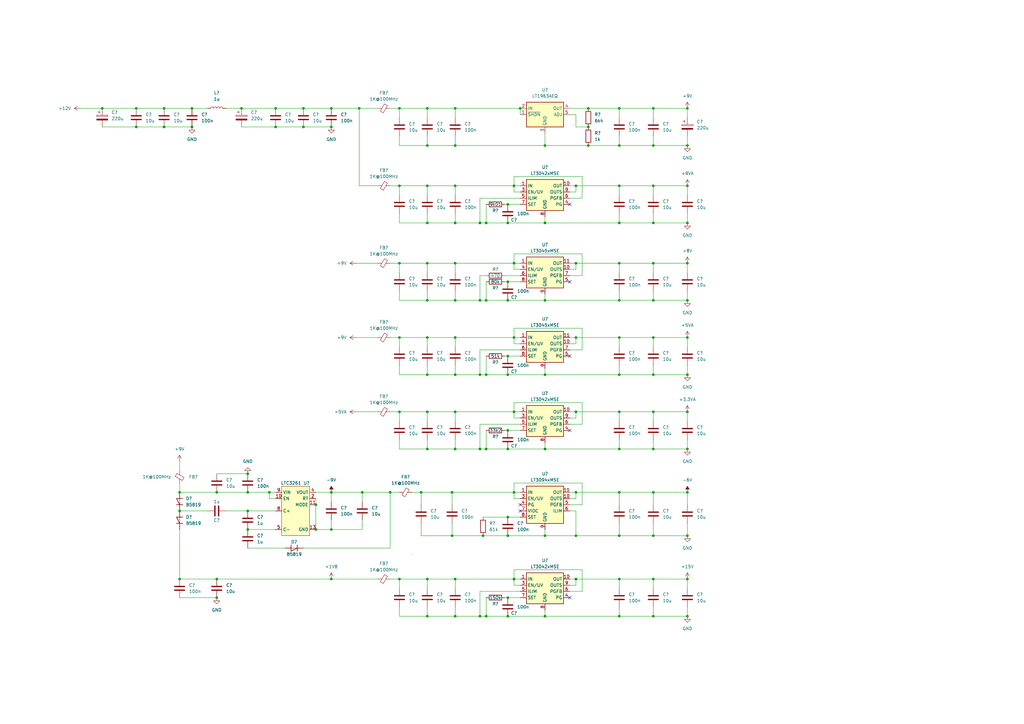
<source format=kicad_sch>
(kicad_sch (version 20211123) (generator eeschema)
  (paper "A3")
  (junction (at 175.26 237.49))
  (junction (at 223.52 59.69))
  (junction (at 223.52 184.15))
  (junction (at 236.22 76.2))
  (junction (at 210.82 201.93))
  (junction (at 78.74 44.45))
  (junction (at 210.82 76.2))
  (junction (at 236.22 168.91))
  (junction (at 185.42 219.71))
  (junction (at 101.6 217.17))
  (junction (at 254 184.15))
  (junction (at 208.28 245.11))
  (junction (at 185.42 201.93))
  (junction (at 208.28 176.53))
  (junction (at 135.89 217.17))
  (junction (at 147.32 44.45))
  (junction (at 210.82 138.43))
  (junction (at 254 91.44))
  (junction (at 135.89 237.49))
  (junction (at 208.28 252.73))
  (junction (at 196.85 184.15))
  (junction (at 88.9 237.49))
  (junction (at 199.39 252.73))
  (junction (at 186.69 138.43))
  (junction (at 208.28 184.15))
  (junction (at 78.74 52.07))
  (junction (at 254 44.45))
  (junction (at 267.97 76.2))
  (junction (at 199.39 153.67))
  (junction (at 254 237.49))
  (junction (at 163.83 76.2))
  (junction (at 281.94 107.95))
  (junction (at 210.82 107.95))
  (junction (at 99.06 44.45))
  (junction (at 67.31 52.07))
  (junction (at 175.26 59.69))
  (junction (at 267.97 201.93))
  (junction (at 113.03 52.07))
  (junction (at 175.26 153.67))
  (junction (at 175.26 91.44))
  (junction (at 41.91 44.45))
  (junction (at 281.94 138.43))
  (junction (at 267.97 138.43))
  (junction (at 175.26 107.95))
  (junction (at 196.85 91.44))
  (junction (at 199.39 123.19))
  (junction (at 267.97 252.73))
  (junction (at 281.94 237.49))
  (junction (at 186.69 252.73))
  (junction (at 208.28 123.19))
  (junction (at 254 219.71))
  (junction (at 148.59 201.93))
  (junction (at 223.52 153.67))
  (junction (at 223.52 91.44))
  (junction (at 101.6 209.55))
  (junction (at 281.94 76.2))
  (junction (at 281.94 201.93))
  (junction (at 281.94 168.91))
  (junction (at 186.69 107.95))
  (junction (at 281.94 123.19))
  (junction (at 281.94 44.45))
  (junction (at 186.69 237.49))
  (junction (at 186.69 184.15))
  (junction (at 163.83 168.91))
  (junction (at 236.22 219.71))
  (junction (at 254 168.91))
  (junction (at 281.94 252.73))
  (junction (at 241.3 44.45))
  (junction (at 223.52 123.19))
  (junction (at 186.69 76.2))
  (junction (at 213.36 44.45))
  (junction (at 198.12 219.71))
  (junction (at 281.94 184.15))
  (junction (at 267.97 44.45))
  (junction (at 135.89 201.93))
  (junction (at 186.69 91.44))
  (junction (at 267.97 168.91))
  (junction (at 175.26 168.91))
  (junction (at 281.94 219.71))
  (junction (at 160.02 201.93))
  (junction (at 186.69 59.69))
  (junction (at 208.28 83.82))
  (junction (at 135.89 52.07))
  (junction (at 236.22 201.93))
  (junction (at 113.03 44.45))
  (junction (at 254 153.67))
  (junction (at 254 138.43))
  (junction (at 210.82 168.91))
  (junction (at 281.94 91.44))
  (junction (at 254 59.69))
  (junction (at 267.97 184.15))
  (junction (at 267.97 123.19))
  (junction (at 254 76.2))
  (junction (at 101.6 201.93))
  (junction (at 163.83 138.43))
  (junction (at 186.69 123.19))
  (junction (at 241.3 52.07))
  (junction (at 175.26 252.73))
  (junction (at 135.89 44.45))
  (junction (at 196.85 123.19))
  (junction (at 208.28 91.44))
  (junction (at 172.72 201.93))
  (junction (at 208.28 153.67))
  (junction (at 73.66 209.55))
  (junction (at 267.97 237.49))
  (junction (at 208.28 212.09))
  (junction (at 196.85 252.73))
  (junction (at 124.46 52.07))
  (junction (at 175.26 184.15))
  (junction (at 163.83 107.95))
  (junction (at 186.69 153.67))
  (junction (at 88.9 201.93))
  (junction (at 254 201.93))
  (junction (at 110.49 201.93))
  (junction (at 208.28 115.57))
  (junction (at 236.22 107.95))
  (junction (at 267.97 219.71))
  (junction (at 208.28 146.05))
  (junction (at 223.52 252.73))
  (junction (at 73.66 201.93))
  (junction (at 175.26 123.19))
  (junction (at 281.94 59.69))
  (junction (at 267.97 59.69))
  (junction (at 55.88 52.07))
  (junction (at 236.22 237.49))
  (junction (at 281.94 153.67))
  (junction (at 223.52 219.71))
  (junction (at 208.28 219.71))
  (junction (at 267.97 107.95))
  (junction (at 175.26 76.2))
  (junction (at 175.26 138.43))
  (junction (at 163.83 44.45))
  (junction (at 199.39 184.15))
  (junction (at 101.6 194.31))
  (junction (at 88.9 245.11))
  (junction (at 267.97 91.44))
  (junction (at 254 123.19))
  (junction (at 175.26 44.45))
  (junction (at 210.82 237.49))
  (junction (at 254 252.73))
  (junction (at 73.66 237.49))
  (junction (at 163.83 237.49))
  (junction (at 186.69 168.91))
  (junction (at 129.54 207.01))
  (junction (at 67.31 44.45))
  (junction (at 267.97 153.67))
  (junction (at 124.46 44.45))
  (junction (at 55.88 44.45))
  (junction (at 186.69 44.45))
  (junction (at 254 107.95))
  (junction (at 129.54 217.17))
  (junction (at 241.3 59.69))
  (junction (at 236.22 138.43))
  (junction (at 199.39 91.44))
  (junction (at 196.85 153.67))
  (no_connect (at 233.68 115.57))
  (no_connect (at 233.68 176.53))
  (no_connect (at 233.68 245.11))
  (no_connect (at 213.36 209.55))
  (no_connect (at 213.36 207.01))
  (no_connect (at 233.68 83.82))
  (no_connect (at 233.68 146.05))
  (wire (pts (xy 88.9 201.93) (xy 101.6 201.93)))
  (wire (pts (xy 207.01 176.53) (xy 208.28 176.53)))
  (wire (pts (xy 267.97 214.63) (xy 267.97 219.71)))
  (wire (pts (xy 267.97 153.67) (xy 267.97 149.86)))
  (wire (pts (xy 196.85 81.28) (xy 196.85 91.44)))
  (wire (pts (xy 175.26 241.3) (xy 175.26 237.49)))
  (wire (pts (xy 160.02 237.49) (xy 163.83 237.49)))
  (wire (pts (xy 254 237.49) (xy 254 241.3)))
  (wire (pts (xy 233.68 140.97) (xy 236.22 140.97)))
  (wire (pts (xy 148.59 201.93) (xy 148.59 205.74)))
  (wire (pts (xy 281.94 252.73) (xy 281.94 248.92)))
  (wire (pts (xy 254 107.95) (xy 254 111.76)))
  (wire (pts (xy 135.89 213.36) (xy 135.89 217.17)))
  (wire (pts (xy 163.83 252.73) (xy 163.83 248.92)))
  (wire (pts (xy 208.28 176.53) (xy 213.36 176.53)))
  (wire (pts (xy 124.46 44.45) (xy 135.89 44.45)))
  (wire (pts (xy 135.89 217.17) (xy 129.54 217.17)))
  (wire (pts (xy 196.85 91.44) (xy 199.39 91.44)))
  (wire (pts (xy 267.97 107.95) (xy 267.97 111.76)))
  (wire (pts (xy 267.97 252.73) (xy 281.94 252.73)))
  (wire (pts (xy 160.02 107.95) (xy 163.83 107.95)))
  (wire (pts (xy 186.69 172.72) (xy 186.69 168.91)))
  (wire (pts (xy 196.85 113.03) (xy 199.39 113.03)))
  (wire (pts (xy 236.22 219.71) (xy 223.52 219.71)))
  (wire (pts (xy 175.26 123.19) (xy 186.69 123.19)))
  (wire (pts (xy 175.26 252.73) (xy 175.26 248.92)))
  (wire (pts (xy 186.69 123.19) (xy 196.85 123.19)))
  (wire (pts (xy 185.42 219.71) (xy 198.12 219.71)))
  (wire (pts (xy 267.97 153.67) (xy 281.94 153.67)))
  (wire (pts (xy 207.01 115.57) (xy 208.28 115.57)))
  (wire (pts (xy 175.26 123.19) (xy 175.26 119.38)))
  (wire (pts (xy 210.82 76.2) (xy 213.36 76.2)))
  (wire (pts (xy 163.83 59.69) (xy 175.26 59.69)))
  (wire (pts (xy 210.82 237.49) (xy 213.36 237.49)))
  (wire (pts (xy 254 219.71) (xy 254 214.63)))
  (wire (pts (xy 199.39 184.15) (xy 208.28 184.15)))
  (wire (pts (xy 129.54 201.93) (xy 135.89 201.93)))
  (wire (pts (xy 175.26 142.24) (xy 175.26 138.43)))
  (wire (pts (xy 199.39 252.73) (xy 208.28 252.73)))
  (wire (pts (xy 186.69 80.01) (xy 186.69 76.2)))
  (wire (pts (xy 199.39 245.11) (xy 199.39 252.73)))
  (wire (pts (xy 172.72 214.63) (xy 172.72 219.71)))
  (wire (pts (xy 92.71 209.55) (xy 101.6 209.55)))
  (wire (pts (xy 208.28 184.15) (xy 223.52 184.15)))
  (wire (pts (xy 175.26 184.15) (xy 186.69 184.15)))
  (wire (pts (xy 208.28 91.44) (xy 223.52 91.44)))
  (wire (pts (xy 213.36 204.47) (xy 210.82 204.47)))
  (wire (pts (xy 135.89 44.45) (xy 147.32 44.45)))
  (wire (pts (xy 254 219.71) (xy 267.97 219.71)))
  (wire (pts (xy 208.28 115.57) (xy 213.36 115.57)))
  (wire (pts (xy 163.83 252.73) (xy 175.26 252.73)))
  (wire (pts (xy 185.42 201.93) (xy 210.82 201.93)))
  (wire (pts (xy 186.69 168.91) (xy 210.82 168.91)))
  (wire (pts (xy 199.39 115.57) (xy 199.39 123.19)))
  (wire (pts (xy 175.26 76.2) (xy 186.69 76.2)))
  (wire (pts (xy 186.69 91.44) (xy 186.69 87.63)))
  (wire (pts (xy 199.39 146.05) (xy 199.39 153.67)))
  (wire (pts (xy 254 153.67) (xy 254 149.86)))
  (wire (pts (xy 238.76 134.62) (xy 210.82 134.62)))
  (wire (pts (xy 199.39 153.67) (xy 208.28 153.67)))
  (wire (pts (xy 172.72 219.71) (xy 185.42 219.71)))
  (wire (pts (xy 223.52 91.44) (xy 254 91.44)))
  (wire (pts (xy 236.22 240.03) (xy 236.22 237.49)))
  (wire (pts (xy 101.6 224.79) (xy 116.84 224.79)))
  (wire (pts (xy 198.12 219.71) (xy 208.28 219.71)))
  (wire (pts (xy 254 184.15) (xy 254 180.34)))
  (wire (pts (xy 210.82 140.97) (xy 210.82 138.43)))
  (wire (pts (xy 55.88 52.07) (xy 67.31 52.07)))
  (wire (pts (xy 196.85 81.28) (xy 213.36 81.28)))
  (wire (pts (xy 267.97 59.69) (xy 254 59.69)))
  (wire (pts (xy 213.36 110.49) (xy 210.82 110.49)))
  (wire (pts (xy 254 107.95) (xy 267.97 107.95)))
  (wire (pts (xy 267.97 91.44) (xy 267.97 87.63)))
  (wire (pts (xy 223.52 250.19) (xy 223.52 252.73)))
  (wire (pts (xy 254 123.19) (xy 254 119.38)))
  (wire (pts (xy 254 201.93) (xy 267.97 201.93)))
  (wire (pts (xy 186.69 44.45) (xy 213.36 44.45)))
  (wire (pts (xy 196.85 173.99) (xy 213.36 173.99)))
  (wire (pts (xy 175.26 184.15) (xy 175.26 180.34)))
  (wire (pts (xy 233.68 113.03) (xy 238.76 113.03)))
  (wire (pts (xy 210.82 107.95) (xy 213.36 107.95)))
  (wire (pts (xy 186.69 241.3) (xy 186.69 237.49)))
  (wire (pts (xy 254 237.49) (xy 267.97 237.49)))
  (wire (pts (xy 146.05 168.91) (xy 154.94 168.91)))
  (wire (pts (xy 236.22 237.49) (xy 254 237.49)))
  (wire (pts (xy 210.82 201.93) (xy 213.36 201.93)))
  (wire (pts (xy 207.01 245.11) (xy 208.28 245.11)))
  (wire (pts (xy 210.82 78.74) (xy 210.82 76.2)))
  (wire (pts (xy 196.85 252.73) (xy 199.39 252.73)))
  (wire (pts (xy 186.69 153.67) (xy 196.85 153.67)))
  (wire (pts (xy 236.22 219.71) (xy 254 219.71)))
  (wire (pts (xy 210.82 138.43) (xy 213.36 138.43)))
  (wire (pts (xy 73.66 198.12) (xy 73.66 201.93)))
  (wire (pts (xy 238.76 173.99) (xy 238.76 165.1)))
  (wire (pts (xy 175.26 172.72) (xy 175.26 168.91)))
  (wire (pts (xy 113.03 52.07) (xy 124.46 52.07)))
  (wire (pts (xy 73.66 237.49) (xy 73.66 217.17)))
  (wire (pts (xy 238.76 165.1) (xy 210.82 165.1)))
  (wire (pts (xy 208.28 123.19) (xy 223.52 123.19)))
  (wire (pts (xy 113.03 44.45) (xy 124.46 44.45)))
  (wire (pts (xy 281.94 76.2) (xy 281.94 80.01)))
  (wire (pts (xy 163.83 172.72) (xy 163.83 168.91)))
  (wire (pts (xy 281.94 184.15) (xy 281.94 180.34)))
  (wire (pts (xy 238.76 104.14) (xy 210.82 104.14)))
  (wire (pts (xy 210.82 240.03) (xy 210.82 237.49)))
  (wire (pts (xy 281.94 168.91) (xy 281.94 172.72)))
  (wire (pts (xy 163.83 107.95) (xy 175.26 107.95)))
  (wire (pts (xy 233.68 143.51) (xy 238.76 143.51)))
  (wire (pts (xy 254 48.26) (xy 254 44.45)))
  (wire (pts (xy 196.85 113.03) (xy 196.85 123.19)))
  (wire (pts (xy 236.22 201.93) (xy 254 201.93)))
  (wire (pts (xy 73.66 237.49) (xy 88.9 237.49)))
  (wire (pts (xy 175.26 168.91) (xy 186.69 168.91)))
  (wire (pts (xy 233.68 240.03) (xy 236.22 240.03)))
  (wire (pts (xy 175.26 44.45) (xy 186.69 44.45)))
  (wire (pts (xy 160.02 44.45) (xy 163.83 44.45)))
  (wire (pts (xy 124.46 52.07) (xy 135.89 52.07)))
  (wire (pts (xy 236.22 138.43) (xy 254 138.43)))
  (wire (pts (xy 110.49 201.93) (xy 113.03 201.93)))
  (wire (pts (xy 233.68 173.99) (xy 238.76 173.99)))
  (wire (pts (xy 210.82 134.62) (xy 210.82 138.43)))
  (wire (pts (xy 223.52 59.69) (xy 223.52 54.61)))
  (wire (pts (xy 267.97 76.2) (xy 267.97 80.01)))
  (wire (pts (xy 267.97 138.43) (xy 281.94 138.43)))
  (wire (pts (xy 254 44.45) (xy 267.97 44.45)))
  (wire (pts (xy 254 91.44) (xy 267.97 91.44)))
  (wire (pts (xy 267.97 123.19) (xy 267.97 119.38)))
  (wire (pts (xy 238.76 113.03) (xy 238.76 104.14)))
  (wire (pts (xy 223.52 151.13) (xy 223.52 153.67)))
  (wire (pts (xy 233.68 138.43) (xy 236.22 138.43)))
  (wire (pts (xy 163.83 59.69) (xy 163.83 55.88)))
  (wire (pts (xy 233.68 81.28) (xy 238.76 81.28)))
  (wire (pts (xy 196.85 153.67) (xy 199.39 153.67)))
  (wire (pts (xy 163.83 123.19) (xy 175.26 123.19)))
  (wire (pts (xy 223.52 181.61) (xy 223.52 184.15)))
  (wire (pts (xy 113.03 204.47) (xy 110.49 204.47)))
  (wire (pts (xy 73.66 245.11) (xy 88.9 245.11)))
  (wire (pts (xy 186.69 59.69) (xy 223.52 59.69)))
  (wire (pts (xy 135.89 237.49) (xy 154.94 237.49)))
  (wire (pts (xy 186.69 153.67) (xy 186.69 149.86)))
  (wire (pts (xy 186.69 123.19) (xy 186.69 119.38)))
  (wire (pts (xy 233.68 76.2) (xy 236.22 76.2)))
  (wire (pts (xy 185.42 214.63) (xy 185.42 219.71)))
  (wire (pts (xy 208.28 252.73) (xy 223.52 252.73)))
  (wire (pts (xy 175.26 252.73) (xy 186.69 252.73)))
  (wire (pts (xy 168.91 201.93) (xy 172.72 201.93)))
  (wire (pts (xy 186.69 48.26) (xy 186.69 44.45)))
  (wire (pts (xy 135.89 201.93) (xy 148.59 201.93)))
  (wire (pts (xy 267.97 44.45) (xy 281.94 44.45)))
  (wire (pts (xy 199.39 176.53) (xy 199.39 184.15)))
  (wire (pts (xy 254 168.91) (xy 254 172.72)))
  (wire (pts (xy 254 201.93) (xy 254 207.01)))
  (wire (pts (xy 185.42 201.93) (xy 185.42 207.01)))
  (wire (pts (xy 135.89 201.93) (xy 135.89 205.74)))
  (wire (pts (xy 213.36 78.74) (xy 210.82 78.74)))
  (wire (pts (xy 267.97 48.26) (xy 267.97 44.45)))
  (wire (pts (xy 163.83 237.49) (xy 175.26 237.49)))
  (wire (pts (xy 196.85 143.51) (xy 213.36 143.51)))
  (wire (pts (xy 186.69 252.73) (xy 186.69 248.92)))
  (wire (pts (xy 175.26 153.67) (xy 175.26 149.86)))
  (wire (pts (xy 233.68 168.91) (xy 236.22 168.91)))
  (wire (pts (xy 186.69 138.43) (xy 210.82 138.43)))
  (wire (pts (xy 254 123.19) (xy 267.97 123.19)))
  (wire (pts (xy 233.68 171.45) (xy 236.22 171.45)))
  (wire (pts (xy 254 91.44) (xy 254 87.63)))
  (wire (pts (xy 238.76 81.28) (xy 238.76 72.39)))
  (wire (pts (xy 213.36 240.03) (xy 210.82 240.03)))
  (wire (pts (xy 236.22 209.55) (xy 236.22 219.71)))
  (wire (pts (xy 163.83 80.01) (xy 163.83 76.2)))
  (wire (pts (xy 223.52 123.19) (xy 254 123.19)))
  (wire (pts (xy 254 153.67) (xy 267.97 153.67)))
  (wire (pts (xy 101.6 217.17) (xy 113.03 217.17)))
  (wire (pts (xy 213.36 44.45) (xy 213.36 46.99)))
  (wire (pts (xy 163.83 241.3) (xy 163.83 237.49)))
  (wire (pts (xy 233.68 242.57) (xy 238.76 242.57)))
  (wire (pts (xy 236.22 168.91) (xy 254 168.91)))
  (wire (pts (xy 223.52 219.71) (xy 223.52 217.17)))
  (wire (pts (xy 160.02 224.79) (xy 160.02 201.93)))
  (wire (pts (xy 163.83 48.26) (xy 163.83 44.45)))
  (wire (pts (xy 78.74 44.45) (xy 85.09 44.45)))
  (wire (pts (xy 267.97 201.93) (xy 281.94 201.93)))
  (wire (pts (xy 148.59 217.17) (xy 135.89 217.17)))
  (wire (pts (xy 92.71 44.45) (xy 99.06 44.45)))
  (wire (pts (xy 281.94 44.45) (xy 281.94 48.26)))
  (wire (pts (xy 175.26 48.26) (xy 175.26 44.45)))
  (wire (pts (xy 163.83 153.67) (xy 175.26 153.67)))
  (wire (pts (xy 175.26 153.67) (xy 186.69 153.67)))
  (wire (pts (xy 160.02 201.93) (xy 163.83 201.93)))
  (wire (pts (xy 267.97 237.49) (xy 281.94 237.49)))
  (wire (pts (xy 175.26 111.76) (xy 175.26 107.95)))
  (wire (pts (xy 110.49 204.47) (xy 110.49 201.93)))
  (wire (pts (xy 175.26 59.69) (xy 175.26 55.88)))
  (wire (pts (xy 210.82 168.91) (xy 213.36 168.91)))
  (wire (pts (xy 267.97 201.93) (xy 267.97 207.01)))
  (wire (pts (xy 198.12 212.09) (xy 208.28 212.09)))
  (wire (pts (xy 254 252.73) (xy 254 248.92)))
  (wire (pts (xy 233.68 78.74) (xy 236.22 78.74)))
  (wire (pts (xy 172.72 201.93) (xy 172.72 207.01)))
  (wire (pts (xy 210.82 110.49) (xy 210.82 107.95)))
  (wire (pts (xy 33.02 44.45) (xy 41.91 44.45)))
  (wire (pts (xy 238.76 72.39) (xy 210.82 72.39)))
  (wire (pts (xy 199.39 123.19) (xy 208.28 123.19)))
  (wire (pts (xy 254 252.73) (xy 267.97 252.73)))
  (wire (pts (xy 236.22 107.95) (xy 254 107.95)))
  (wire (pts (xy 236.22 140.97) (xy 236.22 138.43)))
  (wire (pts (xy 129.54 207.01) (xy 129.54 217.17)))
  (wire (pts (xy 267.97 252.73) (xy 267.97 248.92)))
  (wire (pts (xy 233.68 110.49) (xy 236.22 110.49)))
  (wire (pts (xy 41.91 44.45) (xy 55.88 44.45)))
  (wire (pts (xy 186.69 59.69) (xy 186.69 55.88)))
  (wire (pts (xy 163.83 76.2) (xy 175.26 76.2)))
  (wire (pts (xy 154.94 76.2) (xy 147.32 76.2)))
  (wire (pts (xy 254 55.88) (xy 254 59.69)))
  (wire (pts (xy 163.83 153.67) (xy 163.83 149.86)))
  (wire (pts (xy 267.97 123.19) (xy 281.94 123.19)))
  (wire (pts (xy 175.26 107.95) (xy 186.69 107.95)))
  (wire (pts (xy 196.85 242.57) (xy 196.85 252.73)))
  (wire (pts (xy 267.97 91.44) (xy 281.94 91.44)))
  (wire (pts (xy 73.66 209.55) (xy 85.09 209.55)))
  (wire (pts (xy 186.69 237.49) (xy 210.82 237.49)))
  (wire (pts (xy 101.6 201.93) (xy 110.49 201.93)))
  (wire (pts (xy 99.06 44.45) (xy 113.03 44.45)))
  (wire (pts (xy 186.69 184.15) (xy 186.69 180.34)))
  (wire (pts (xy 236.22 110.49) (xy 236.22 107.95)))
  (wire (pts (xy 73.66 189.23) (xy 73.66 193.04)))
  (wire (pts (xy 147.32 44.45) (xy 147.32 76.2)))
  (wire (pts (xy 146.05 107.95) (xy 154.94 107.95)))
  (wire (pts (xy 175.26 91.44) (xy 186.69 91.44)))
  (wire (pts (xy 233.68 107.95) (xy 236.22 107.95)))
  (wire (pts (xy 210.82 72.39) (xy 210.82 76.2)))
  (wire (pts (xy 254 76.2) (xy 267.97 76.2)))
  (wire (pts (xy 233.68 237.49) (xy 236.22 237.49)))
  (wire (pts (xy 196.85 123.19) (xy 199.39 123.19)))
  (wire (pts (xy 238.76 198.12) (xy 210.82 198.12)))
  (wire (pts (xy 241.3 44.45) (xy 254 44.45)))
  (wire (pts (xy 146.05 138.43) (xy 154.94 138.43)))
  (wire (pts (xy 196.85 143.51) (xy 196.85 153.67)))
  (wire (pts (xy 281.94 91.44) (xy 281.94 87.63)))
  (wire (pts (xy 41.91 52.07) (xy 55.88 52.07)))
  (wire (pts (xy 196.85 173.99) (xy 196.85 184.15)))
  (wire (pts (xy 281.94 138.43) (xy 281.94 142.24)))
  (wire (pts (xy 281.94 153.67) (xy 281.94 149.86)))
  (wire (pts (xy 233.68 204.47) (xy 236.22 204.47)))
  (wire (pts (xy 199.39 91.44) (xy 208.28 91.44)))
  (wire (pts (xy 238.76 207.01) (xy 238.76 198.12)))
  (wire (pts (xy 163.83 168.91) (xy 175.26 168.91)))
  (wire (pts (xy 236.22 78.74) (xy 236.22 76.2)))
  (wire (pts (xy 207.01 146.05) (xy 208.28 146.05)))
  (wire (pts (xy 196.85 184.15) (xy 199.39 184.15)))
  (wire (pts (xy 196.85 242.57) (xy 213.36 242.57)))
  (wire (pts (xy 233.68 46.99) (xy 236.22 46.99)))
  (wire (pts (xy 208.28 153.67) (xy 223.52 153.67)))
  (wire (pts (xy 210.82 171.45) (xy 210.82 168.91)))
  (wire (pts (xy 186.69 76.2) (xy 210.82 76.2)))
  (wire (pts (xy 210.82 198.12) (xy 210.82 201.93)))
  (wire (pts (xy 147.32 44.45) (xy 154.94 44.45)))
  (wire (pts (xy 213.36 140.97) (xy 210.82 140.97)))
  (wire (pts (xy 238.76 242.57) (xy 238.76 233.68)))
  (wire (pts (xy 88.9 194.31) (xy 101.6 194.31)))
  (wire (pts (xy 281.94 123.19) (xy 281.94 119.38)))
  (wire (pts (xy 267.97 168.91) (xy 267.97 172.72)))
  (wire (pts (xy 233.68 44.45) (xy 241.3 44.45)))
  (wire (pts (xy 267.97 76.2) (xy 281.94 76.2)))
  (wire (pts (xy 186.69 142.24) (xy 186.69 138.43)))
  (wire (pts (xy 281.94 55.88) (xy 281.94 59.69)))
  (wire (pts (xy 67.31 52.07) (xy 78.74 52.07)))
  (wire (pts (xy 210.82 204.47) (xy 210.82 201.93)))
  (wire (pts (xy 238.76 233.68) (xy 210.82 233.68)))
  (wire (pts (xy 254 138.43) (xy 267.97 138.43)))
  (wire (pts (xy 223.52 120.65) (xy 223.52 123.19)))
  (wire (pts (xy 267.97 219.71) (xy 281.94 219.71)))
  (wire (pts (xy 208.28 245.11) (xy 213.36 245.11)))
  (wire (pts (xy 223.52 88.9) (xy 223.52 91.44)))
  (wire (pts (xy 267.97 237.49) (xy 267.97 241.3)))
  (wire (pts (xy 254 184.15) (xy 267.97 184.15)))
  (wire (pts (xy 236.22 171.45) (xy 236.22 168.91)))
  (wire (pts (xy 210.82 233.68) (xy 210.82 237.49)))
  (wire (pts (xy 163.83 111.76) (xy 163.83 107.95)))
  (wire (pts (xy 55.88 44.45) (xy 67.31 44.45)))
  (wire (pts (xy 199.39 83.82) (xy 199.39 91.44)))
  (wire (pts (xy 160.02 168.91) (xy 163.83 168.91)))
  (wire (pts (xy 124.46 224.79) (xy 160.02 224.79)))
  (wire (pts (xy 254 138.43) (xy 254 142.24)))
  (wire (pts (xy 208.28 212.09) (xy 213.36 212.09)))
  (wire (pts (xy 210.82 165.1) (xy 210.82 168.91)))
  (wire (pts (xy 267.97 107.95) (xy 281.94 107.95)))
  (wire (pts (xy 160.02 76.2) (xy 163.83 76.2)))
  (wire (pts (xy 163.83 123.19) (xy 163.83 119.38)))
  (wire (pts (xy 67.31 44.45) (xy 78.74 44.45)))
  (wire (pts (xy 175.26 59.69) (xy 186.69 59.69)))
  (wire (pts (xy 163.83 184.15) (xy 175.26 184.15)))
  (wire (pts (xy 208.28 146.05) (xy 213.36 146.05)))
  (wire (pts (xy 175.26 237.49) (xy 186.69 237.49)))
  (wire (pts (xy 254 168.91) (xy 267.97 168.91)))
  (wire (pts (xy 186.69 111.76) (xy 186.69 107.95)))
  (wire (pts (xy 160.02 201.93) (xy 148.59 201.93)))
  (wire (pts (xy 172.72 201.93) (xy 185.42 201.93)))
  (wire (pts (xy 175.26 91.44) (xy 175.26 87.63)))
  (wire (pts (xy 281.94 201.93) (xy 281.94 207.01)))
  (wire (pts (xy 99.06 52.07) (xy 113.03 52.07)))
  (wire (pts (xy 101.6 209.55) (xy 113.03 209.55)))
  (wire (pts (xy 223.52 153.67) (xy 254 153.67)))
  (wire (pts (xy 238.76 143.51) (xy 238.76 134.62)))
  (wire (pts (xy 73.66 201.93) (xy 88.9 201.93)))
  (wire (pts (xy 254 59.69) (xy 241.3 59.69)))
  (wire (pts (xy 175.26 138.43) (xy 186.69 138.43)))
  (wire (pts (xy 186.69 107.95) (xy 210.82 107.95)))
  (wire (pts (xy 267.97 168.91) (xy 281.94 168.91)))
  (wire (pts (xy 233.68 207.01) (xy 238.76 207.01)))
  (wire (pts (xy 163.83 91.44) (xy 175.26 91.44)))
  (wire (pts (xy 236.22 76.2) (xy 254 76.2)))
  (wire (pts (xy 236.22 204.47) (xy 236.22 201.93)))
  (wire (pts (xy 236.22 46.99) (xy 236.22 52.07)))
  (wire (pts (xy 160.02 138.43) (xy 163.83 138.43)))
  (wire (pts (xy 208.28 219.71) (xy 223.52 219.71)))
  (wire (pts (xy 236.22 209.55) (xy 233.68 209.55)))
  (wire (pts (xy 186.69 184.15) (xy 196.85 184.15)))
  (wire (pts (xy 267.97 184.15) (xy 267.97 180.34)))
  (wire (pts (xy 207.01 83.82) (xy 208.28 83.82)))
  (wire (pts (xy 267.97 138.43) (xy 267.97 142.24)))
  (wire (pts (xy 223.52 59.69) (xy 241.3 59.69)))
  (wire (pts (xy 213.36 171.45) (xy 210.82 171.45)))
  (wire (pts (xy 236.22 52.07) (xy 241.3 52.07)))
  (wire (pts (xy 233.68 201.93) (xy 236.22 201.93)))
  (wire (pts (xy 254 76.2) (xy 254 80.01)))
  (wire (pts (xy 163.83 44.45) (xy 175.26 44.45)))
  (wire (pts (xy 223.52 184.15) (xy 254 184.15)))
  (wire (pts (xy 163.83 138.43) (xy 175.26 138.43)))
  (wire (pts (xy 208.28 83.82) (xy 213.36 83.82)))
  (wire (pts (xy 186.69 91.44) (xy 196.85 91.44)))
  (wire (pts (xy 163.83 91.44) (xy 163.83 87.63)))
  (wire (pts (xy 281.94 107.95) (xy 281.94 111.76)))
  (wire (pts (xy 281.94 237.49) (xy 281.94 241.3)))
  (wire (pts (xy 148.59 213.36) (xy 148.59 217.17)))
  (wire (pts (xy 267.97 55.88) (xy 267.97 59.69)))
  (wire (pts (xy 129.54 204.47) (xy 129.54 207.01)))
  (wire (pts (xy 267.97 59.69) (xy 281.94 59.69)))
  (wire (pts (xy 223.52 252.73) (xy 254 252.73)))
  (wire (pts (xy 186.69 252.73) (xy 196.85 252.73)))
  (wire (pts (xy 267.97 184.15) (xy 281.94 184.15)))
  (wire (pts (xy 210.82 104.14) (xy 210.82 107.95)))
  (wire (pts (xy 281.94 214.63) (xy 281.94 219.71)))
  (wire (pts (xy 175.26 80.01) (xy 175.26 76.2)))
  (wire (pts (xy 163.83 184.15) (xy 163.83 180.34)))
  (wire (pts (xy 88.9 237.49) (xy 135.89 237.49)))
  (wire (pts (xy 207.01 113.03) (xy 213.36 113.03)))
  (wire (pts (xy 163.83 142.24) (xy 163.83 138.43)))
  (symbol (lib_id "Device:R") (at 198.12 215.9 0) (unit 1)
    (property "Reference" "R?" (at 200.66 214.6299 0) (effects (justify left)))
    (property "Value" "61k" (at 200.66 217.1699 0) (effects (justify left)))
  )
  (symbol (lib_id "Device:C") (at 254 83.82 0) (unit 1)
    (property "Reference" "C?" (at 257.81 82.5499 0) (effects (justify left)))
    (property "Value" "100n" (at 257.81 85.0899 0) (effects (justify left)))
  )
  (symbol (lib_id "power:+5VA") (at 281.94 138.43 0) (unit 1)
    (property "Reference" "#PWR?" (effects hide))
    (property "Value" "+5VA" (at 281.94 133.35 0))
  )
  (symbol (lib_id "Device:C") (at 101.6 213.36 0) (unit 1)
    (property "Reference" "C?" (at 105.41 212.0899 0) (effects (justify left)))
    (property "Value" "1u" (at 105.41 214.6299 0) (effects (justify left)))
  )
  (symbol (lib_id "Device:C") (at 148.59 209.55 0) (unit 1)
    (property "Reference" "C?" (at 152.4 208.2799 0) (effects (justify left)))
    (property "Value" "10u" (at 152.4 210.8199 0) (effects (justify left)))
  )
  (symbol (lib_id "Device:R") (at 203.2 83.82 90) (unit 1)
    (property "Reference" "R?" (at 203.2 86.36 90))
    (property "Value" "9k01" (at 203.2 83.82 90))
  )
  (symbol (lib_id "Device:R") (at 203.2 245.11 90) (unit 1)
    (property "Reference" "R?" (at 203.2 247.65 90))
    (property "Value" "150k" (at 203.2 245.11 90))
  )
  (symbol (lib_id "Device:C") (at 281.94 210.82 0) (unit 1)
    (property "Reference" "C?" (at 285.75 209.5499 0) (effects (justify left)))
    (property "Value" "10u" (at 285.75 212.0899 0) (effects (justify left)))
  )
  (symbol (lib_id "Device:C") (at 186.69 83.82 0) (unit 1)
    (property "Reference" "C?" (at 190.5 82.5499 0) (effects (justify left)))
    (property "Value" "100n" (at 190.5 85.0899 0) (effects (justify left)))
  )
  (symbol (lib_id "Device:C") (at 113.03 48.26 0) (unit 1)
    (property "Reference" "C?" (at 116.84 46.9899 0) (effects (justify left)))
    (property "Value" "10u" (at 116.84 49.5299 0) (effects (justify left)))
  )
  (symbol (lib_id "Device:FerriteBead_Small") (at 73.66 195.58 180) (unit 1)
    (property "Reference" "FB?" (at 77.47 195.58 0) (effects (justify right)))
    (property "Value" "1K@100MHz" (at 58.42 195.58 0) (effects (justify right)))
  )
  (symbol (lib_id "Device:C") (at 208.28 180.34 0) (unit 1)
    (property "Reference" "C?" (at 209.55 182.88 0) (effects (justify left)))
    (property "Value" "100n" (at 212.09 180.34 0) (effects (justify left)))
  )
  (symbol (lib_id "Device:C") (at 186.69 115.57 0) (unit 1)
    (property "Reference" "C?" (at 190.5 114.2999 0) (effects (justify left)))
    (property "Value" "100n" (at 190.5 116.8399 0) (effects (justify left)))
  )
  (symbol (lib_id "Device:C") (at 175.26 176.53 0) (unit 1)
    (property "Reference" "C?" (at 179.07 175.2599 0) (effects (justify left)))
    (property "Value" "10u" (at 179.07 177.7999 0) (effects (justify left)))
  )
  (symbol (lib_id "Device:C") (at 254 52.07 0) (unit 1)
    (property "Reference" "C?" (at 257.81 50.7999 0) (effects (justify left)))
    (property "Value" "100n" (at 257.81 53.3399 0) (effects (justify left)))
  )
  (symbol (lib_id "power:GND") (at 281.94 123.19 0) (unit 1)
    (property "Reference" "#PWR?" (effects hide))
    (property "Value" "GND" (at 281.94 128.27 0))
  )
  (symbol (lib_id "Device:C") (at 267.97 210.82 0) (unit 1)
    (property "Reference" "C?" (at 271.78 209.5499 0) (effects (justify left)))
    (property "Value" "10u" (at 271.78 212.0899 0) (effects (justify left)))
  )
  (symbol (lib_id "Device:C") (at 175.26 245.11 0) (unit 1)
    (property "Reference" "C?" (at 179.07 243.8399 0) (effects (justify left)))
    (property "Value" "10u" (at 179.07 246.3799 0) (effects (justify left)))
  )
  (symbol (lib_id "Device:C") (at 186.69 245.11 0) (unit 1)
    (property "Reference" "C?" (at 190.5 243.8399 0) (effects (justify left)))
    (property "Value" "100n" (at 190.5 246.3799 0) (effects (justify left)))
  )
  (symbol (lib_id "Device:R") (at 203.2 146.05 90) (unit 1)
    (property "Reference" "R?" (at 203.2 148.59 90))
    (property "Value" "51k" (at 203.2 146.05 90))
  )
  (symbol (lib_id "Device:C") (at 175.26 52.07 0) (unit 1)
    (property "Reference" "C?" (at 179.07 50.7999 0) (effects (justify left)))
    (property "Value" "10u" (at 179.07 53.3399 0) (effects (justify left)))
  )
  (symbol (lib_id "Device:L") (at 88.9 44.45 90) (unit 1)
    (property "Reference" "L?" (at 88.9 38.1 90))
    (property "Value" "1u" (at 88.9 40.64 90))
  )
  (symbol (lib_id "Regulator_Linear:LT1963AEQ") (at 223.52 46.99 0) (unit 1)
    (property "Reference" "U?" (at 223.52 36.83 0))
    (property "Value" "LT1963AEQ" (at 223.52 39.37 0))
    (property "Footprint" "Package_TO_SOT_SMD:TO-263-5_TabPin3" (effects hide))
    (property "Datasheet" "https://www.analog.com/media/en/technical-documentation/data-sheets/1963aff.pdf" (effects hide))
  )
  (symbol (lib_id "Device:D_Shockley") (at 73.66 213.36 90) (unit 1)
    (property "Reference" "D?" (at 76.2 212.0899 90) (effects (justify right)))
    (property "Value" "B5819" (at 76.2 214.6299 90) (effects (justify right)))
  )
  (symbol (lib_id "Device:C_Polarized") (at 281.94 52.07 0) (unit 1)
    (property "Reference" "C?" (at 285.75 49.9109 0) (effects (justify left)))
    (property "Value" "220u" (at 285.75 52.4509 0) (effects (justify left)))
  )
  (symbol (lib_id "power:-9V") (at 135.89 201.93 0) (unit 1)
    (property "Reference" "#PWR?" (effects hide))
    (property "Value" "-9V" (at 135.89 196.85 0))
  )
  (symbol (lib_id "Device:FerriteBead_Small") (at 157.48 107.95 90) (unit 1)
    (property "Reference" "FB?" (at 157.4419 101.6 90))
    (property "Value" "1K@100MHz" (at 157.4419 104.14 90))
  )
  (symbol (lib_id "Device:C") (at 254 210.82 0) (unit 1)
    (property "Reference" "C?" (at 257.81 209.5499 0) (effects (justify left)))
    (property "Value" "100n" (at 257.81 212.0899 0) (effects (justify left)))
  )
  (symbol (lib_id "power:GND") (at 281.94 91.44 0) (unit 1)
    (property "Reference" "#PWR?" (effects hide))
    (property "Value" "GND" (at 281.94 96.52 0))
  )
  (symbol (lib_id "power:+9V") (at 281.94 44.45 0) (unit 1)
    (property "Reference" "#PWR?" (effects hide))
    (property "Value" "+9V" (at 281.94 39.37 0))
  )
  (symbol (lib_id "Device:R") (at 241.3 55.88 0) (unit 1)
    (property "Reference" "R?" (at 243.84 54.6099 0) (effects (justify left)))
    (property "Value" "1k" (at 243.84 57.1499 0) (effects (justify left)))
  )
  (symbol (lib_id "Device:FerriteBead_Small") (at 166.37 201.93 90) (unit 1)
    (property "Reference" "FB?" (at 166.3319 195.58 90))
    (property "Value" "1K@100MHz" (at 166.3319 198.12 90))
  )
  (symbol (lib_id "Device:C") (at 208.28 119.38 0) (unit 1)
    (property "Reference" "C?" (at 209.55 121.92 0) (effects (justify left)))
    (property "Value" "100n" (at 212.09 119.38 0) (effects (justify left)))
  )
  (symbol (lib_id "Device:C") (at 281.94 245.11 0) (unit 1)
    (property "Reference" "C?" (at 285.75 243.8399 0) (effects (justify left)))
    (property "Value" "10u" (at 285.75 246.3799 0) (effects (justify left)))
  )
  (symbol (lib_id "Device:C") (at 135.89 48.26 0) (unit 1)
    (property "Reference" "C?" (at 139.7 46.9899 0) (effects (justify left)))
    (property "Value" "100n" (at 139.7 49.5299 0) (effects (justify left)))
  )
  (symbol (lib_id "Device:C") (at 254 115.57 0) (unit 1)
    (property "Reference" "C?" (at 257.81 114.2999 0) (effects (justify left)))
    (property "Value" "100n" (at 257.81 116.8399 0) (effects (justify left)))
  )
  (symbol (lib_id "Device:C") (at 88.9 198.12 0) (unit 1)
    (property "Reference" "C?" (at 92.71 196.8499 0) (effects (justify left)))
    (property "Value" "10u" (at 92.71 199.3899 0) (effects (justify left)))
  )
  (symbol (lib_id "Regulator_Linear:LT3042xMSE") (at 223.52 78.74 0) (unit 1)
    (property "Reference" "U?" (at 223.52 68.58 0))
    (property "Value" "LT3042xMSE" (at 223.52 71.12 0))
    (property "Footprint" "Package_SO:MSOP-10-1EP_3x3mm_P0.5mm_EP1.68x1.88mm" (effects hide))
    (property "Datasheet" "https://www.analog.com/media/en/technical-documentation/data-sheets/3042fb.pdf" (effects hide))
  )
  (symbol (lib_id "Device:C") (at 88.9 209.55 90) (unit 1)
    (property "Reference" "C?" (at 88.9 213.36 90))
    (property "Value" "1u" (at 88.9 205.74 90))
  )
  (symbol (lib_id "Device:C") (at 267.97 52.07 0) (unit 1)
    (property "Reference" "C?" (at 271.78 50.7999 0) (effects (justify left)))
    (property "Value" "10u" (at 271.78 53.3399 0) (effects (justify left)))
  )
  (symbol (lib_id "Device:C") (at 101.6 220.98 0) (unit 1)
    (property "Reference" "C?" (at 105.41 219.7099 0) (effects (justify left)))
    (property "Value" "1u" (at 105.41 222.2499 0) (effects (justify left)))
  )
  (symbol (lib_id "Device:C") (at 254 245.11 0) (unit 1)
    (property "Reference" "C?" (at 257.81 243.8399 0) (effects (justify left)))
    (property "Value" "100n" (at 257.81 246.3799 0) (effects (justify left)))
  )
  (symbol (lib_id "Device:C") (at 88.9 241.3 0) (unit 1)
    (property "Reference" "C?" (at 92.71 240.0299 0) (effects (justify left)))
    (property "Value" "10u" (at 92.71 242.5699 0) (effects (justify left)))
  )
  (symbol (lib_id "Device:C") (at 67.31 48.26 0) (unit 1)
    (property "Reference" "C?" (at 71.12 46.9899 0) (effects (justify left)))
    (property "Value" "10u" (at 71.12 49.5299 0) (effects (justify left)))
  )
  (symbol (lib_id "Device:C") (at 208.28 149.86 0) (unit 1)
    (property "Reference" "C?" (at 209.55 152.4 0) (effects (justify left)))
    (property "Value" "100n" (at 212.09 149.86 0) (effects (justify left)))
  )
  (symbol (lib_id "Device:C") (at 281.94 176.53 0) (unit 1)
    (property "Reference" "C?" (at 285.75 175.2599 0) (effects (justify left)))
    (property "Value" "10u" (at 285.75 177.7999 0) (effects (justify left)))
  )
  (symbol (lib_id "Device:C") (at 172.72 210.82 0) (unit 1)
    (property "Reference" "C?" (at 176.53 209.5499 0) (effects (justify left)))
    (property "Value" "10u" (at 176.53 212.0899 0) (effects (justify left)))
  )
  (symbol (lib_id "Device:FerriteBead_Small") (at 157.48 168.91 90) (unit 1)
    (property "Reference" "FB?" (at 157.4419 162.56 90))
    (property "Value" "1K@100MHz" (at 157.4419 165.1 90))
  )
  (symbol (lib_id "Device:C_Polarized") (at 99.06 48.26 0) (unit 1)
    (property "Reference" "C?" (at 102.87 46.1009 0) (effects (justify left)))
    (property "Value" "220u" (at 102.87 48.6409 0) (effects (justify left)))
  )
  (symbol (lib_id "Device:C") (at 267.97 176.53 0) (unit 1)
    (property "Reference" "C?" (at 271.78 175.2599 0) (effects (justify left)))
    (property "Value" "10u" (at 271.78 177.7999 0) (effects (justify left)))
  )
  (symbol (lib_id "Device:C") (at 281.94 83.82 0) (unit 1)
    (property "Reference" "C?" (at 285.75 82.5499 0) (effects (justify left)))
    (property "Value" "10u" (at 285.75 85.0899 0) (effects (justify left)))
  )
  (symbol (lib_id "Device:FerriteBead_Small") (at 157.48 138.43 90) (unit 1)
    (property "Reference" "FB?" (at 157.4419 132.08 90))
    (property "Value" "1K@100MHz" (at 157.4419 134.62 90))
  )
  (symbol (lib_id "kirdy:+18V") (at 135.89 237.49 0) (unit 1)
    (property "Reference" "#PWR?" (effects hide))
    (property "Value" "+18V" (at 135.89 232.41 0))
  )
  (symbol (lib_id "power:+9VA") (at 281.94 76.2 0) (unit 1)
    (property "Reference" "#PWR?" (effects hide))
    (property "Value" "+9VA" (at 281.94 71.12 0))
  )
  (symbol (lib_id "Device:C") (at 163.83 176.53 0) (unit 1)
    (property "Reference" "C?" (at 167.64 175.2599 0) (effects (justify left)))
    (property "Value" "10u" (at 167.64 177.7999 0) (effects (justify left)))
  )
  (symbol (lib_id "Device:C") (at 254 176.53 0) (unit 1)
    (property "Reference" "C?" (at 257.81 175.2599 0) (effects (justify left)))
    (property "Value" "100n" (at 257.81 177.7999 0) (effects (justify left)))
  )
  (symbol (lib_id "power:GND") (at 281.94 219.71 0) (unit 1)
    (property "Reference" "#PWR?" (effects hide))
    (property "Value" "GND" (at 281.94 224.79 0))
  )
  (symbol (lib_id "Device:C") (at 208.28 87.63 0) (unit 1)
    (property "Reference" "C?" (at 209.55 90.17 0) (effects (justify left)))
    (property "Value" "100n" (at 212.09 87.63 0) (effects (justify left)))
  )
  (symbol (lib_id "Device:C") (at 267.97 83.82 0) (unit 1)
    (property "Reference" "C?" (at 271.78 82.5499 0) (effects (justify left)))
    (property "Value" "10u" (at 271.78 85.0899 0) (effects (justify left)))
  )
  (symbol (lib_id "Device:R") (at 203.2 113.03 90) (unit 1)
    (property "Reference" "R?" (at 203.2 110.49 90))
    (property "Value" "470" (at 203.2 113.03 90))
  )
  (symbol (lib_id "power:GND") (at 281.94 252.73 0) (unit 1)
    (property "Reference" "#PWR?" (effects hide))
    (property "Value" "GND" (at 281.94 257.81 0))
  )
  (symbol (lib_id "Device:C") (at 163.83 146.05 0) (unit 1)
    (property "Reference" "C?" (at 167.64 144.7799 0) (effects (justify left)))
    (property "Value" "10u" (at 167.64 147.3199 0) (effects (justify left)))
  )
  (symbol (lib_id "Device:C") (at 175.26 146.05 0) (unit 1)
    (property "Reference" "C?" (at 179.07 144.7799 0) (effects (justify left)))
    (property "Value" "10u" (at 179.07 147.3199 0) (effects (justify left)))
  )
  (symbol (lib_id "power:GND") (at 281.94 184.15 0) (unit 1)
    (property "Reference" "#PWR?" (effects hide))
    (property "Value" "GND" (at 281.94 189.23 0))
  )
  (symbol (lib_id "Device:C") (at 186.69 146.05 0) (unit 1)
    (property "Reference" "C?" (at 190.5 144.7799 0) (effects (justify left)))
    (property "Value" "100n" (at 190.5 147.3199 0) (effects (justify left)))
  )
  (symbol (lib_id "Device:C") (at 267.97 115.57 0) (unit 1)
    (property "Reference" "C?" (at 271.78 114.2999 0) (effects (justify left)))
    (property "Value" "10u" (at 271.78 116.8399 0) (effects (justify left)))
  )
  (symbol (lib_id "Device:C") (at 186.69 176.53 0) (unit 1)
    (property "Reference" "C?" (at 190.5 175.2599 0) (effects (justify left)))
    (property "Value" "100n" (at 190.5 177.7999 0) (effects (justify left)))
  )
  (symbol (lib_id "power:+9V") (at 73.66 189.23 0) (unit 1)
    (property "Reference" "#PWR?" (effects hide))
    (property "Value" "+9V" (at 73.66 184.15 0))
  )
  (symbol (lib_id "Device:FerriteBead_Small") (at 157.48 237.49 90) (unit 1)
    (property "Reference" "FB?" (at 157.4419 231.14 90))
    (property "Value" "1K@100MHz" (at 157.4419 233.68 90))
  )
  (symbol (lib_id "power:+5VA") (at 146.05 168.91 90) (unit 1)
    (property "Reference" "#PWR?" (effects hide))
    (property "Value" "+5VA" (at 142.24 168.9099 90) (effects (justify left)))
  )
  (symbol (lib_id "kirdy:LTC3261") (at 120.65 208.28 0) (unit 1)
    (property "Reference" "U?" (at 125.73 198.12 0))
    (property "Value" "LTC3261" (at 119.38 198.12 0))
    (property "Footprint" "Package_SO:MSOP-12-1EP_3x4mm_P0.65mm_EP1.65x2.85mm" (effects hide))
    (property "Datasheet" "https://www.analog.com/media/en/technical-documentation/data-sheets/3261fb.pdf" (effects hide))
  )
  (symbol (lib_id "Device:R") (at 203.2 115.57 90) (unit 1)
    (property "Reference" "R?" (at 203.2 118.11 90))
    (property "Value" "80k" (at 203.2 115.57 90))
  )
  (symbol (lib_id "Device:C") (at 124.46 48.26 0) (unit 1)
    (property "Reference" "C?" (at 128.27 46.9899 0) (effects (justify left)))
    (property "Value" "10u" (at 128.27 49.5299 0) (effects (justify left)))
  )
  (symbol (lib_id "Device:C") (at 208.28 248.92 0) (unit 1)
    (property "Reference" "C?" (at 209.55 251.46 0) (effects (justify left)))
    (property "Value" "100n" (at 212.09 248.92 0) (effects (justify left)))
  )
  (symbol (lib_id "Device:FerriteBead_Small") (at 157.48 44.45 90) (unit 1)
    (property "Reference" "FB?" (at 157.4419 38.1 90))
    (property "Value" "1K@100MHz" (at 157.4419 40.64 90))
  )
  (symbol (lib_id "Device:C") (at 163.83 52.07 0) (unit 1)
    (property "Reference" "C?" (at 167.64 50.7999 0) (effects (justify left)))
    (property "Value" "10u" (at 167.64 53.3399 0) (effects (justify left)))
  )
  (symbol (lib_id "power:+15V") (at 281.94 237.49 0) (unit 1)
    (property "Reference" "#PWR?" (effects hide))
    (property "Value" "+15V" (at 281.94 232.41 0))
  )
  (symbol (lib_id "power:GND") (at 281.94 59.69 0) (unit 1)
    (property "Reference" "#PWR?" (effects hide))
    (property "Value" "GND" (at 281.94 64.77 0))
  )
  (symbol (lib_id "Device:C") (at 185.42 210.82 0) (unit 1)
    (property "Reference" "C?" (at 189.23 209.5499 0) (effects (justify left)))
    (property "Value" "100n" (at 189.23 212.0899 0) (effects (justify left)))
  )
  (symbol (lib_id "Regulator_Linear:LT3042xMSE") (at 223.52 171.45 0) (unit 1)
    (property "Reference" "U?" (at 223.52 161.29 0))
    (property "Value" "LT3042xMSE" (at 223.52 163.83 0))
    (property "Footprint" "Package_SO:MSOP-10-1EP_3x3mm_P0.5mm_EP1.68x1.88mm" (effects hide))
    (property "Datasheet" "https://www.analog.com/media/en/technical-documentation/data-sheets/3042fb.pdf" (effects hide))
  )
  (symbol (lib_id "Regulator_Linear:LT3045xMSE") (at 223.52 110.49 0) (unit 1)
    (property "Reference" "U?" (at 223.52 100.33 0))
    (property "Value" "LT3045xMSE" (at 223.52 102.87 0))
    (property "Footprint" "Package_SO:MSOP-12-1EP_3x4mm_P0.65mm_EP1.65x2.85mm" (effects hide))
    (property "Datasheet" "https://www.analog.com/media/en/technical-documentation/data-sheets/3045fa.pdf" (effects hide))
  )
  (symbol (lib_id "Device:C") (at 175.26 83.82 0) (unit 1)
    (property "Reference" "C?" (at 179.07 82.5499 0) (effects (justify left)))
    (property "Value" "10u" (at 179.07 85.0899 0) (effects (justify left)))
  )
  (symbol (lib_id "Regulator_Linear:LT3042xMSE") (at 223.52 240.03 0) (unit 1)
    (property "Reference" "U?" (at 223.52 229.87 0))
    (property "Value" "LT3042xMSE" (at 223.52 232.41 0))
    (property "Footprint" "Package_SO:MSOP-10-1EP_3x3mm_P0.5mm_EP1.68x1.88mm" (effects hide))
    (property "Datasheet" "https://www.analog.com/media/en/technical-documentation/data-sheets/3042fb.pdf" (effects hide))
  )
  (symbol (lib_id "Device:FerriteBead_Small") (at 157.48 76.2 90) (unit 1)
    (property "Reference" "FB?" (at 157.4419 69.85 90))
    (property "Value" "1K@100MHz" (at 157.4419 72.39 90))
  )
  (symbol (lib_id "Device:C") (at 55.88 48.26 0) (unit 1)
    (property "Reference" "C?" (at 59.69 46.9899 0) (effects (justify left)))
    (property "Value" "10u" (at 59.69 49.5299 0) (effects (justify left)))
  )
  (symbol (lib_id "Device:R") (at 203.2 176.53 90) (unit 1)
    (property "Reference" "R?" (at 203.2 179.07 90))
    (property "Value" "33k2" (at 203.2 176.53 90))
  )
  (symbol (lib_id "power:GND") (at 101.6 194.31 180) (unit 1)
    (property "Reference" "#PWR?" (effects hide))
    (property "Value" "GND" (at 101.6 189.23 0))
  )
  (symbol (lib_id "Device:C") (at 163.83 83.82 0) (unit 1)
    (property "Reference" "C?" (at 167.64 82.5499 0) (effects (justify left)))
    (property "Value" "10u" (at 167.64 85.0899 0) (effects (justify left)))
  )
  (symbol (lib_id "Device:C") (at 73.66 241.3 0) (unit 1)
    (property "Reference" "C?" (at 77.47 240.0299 0) (effects (justify left)))
    (property "Value" "100n" (at 77.47 242.5699 0) (effects (justify left)))
  )
  (symbol (lib_id "Device:C") (at 101.6 198.12 0) (unit 1)
    (property "Reference" "C?" (at 105.41 196.8499 0) (effects (justify left)))
    (property "Value" "100n" (at 105.41 199.3899 0) (effects (justify left)))
  )
  (symbol (lib_id "Regulator_Linear:LT3094xMSE") (at 223.52 207.01 0) (unit 1)
    (property "Reference" "U?" (at 223.52 194.31 0))
    (property "Value" "LT3094xMSE" (at 223.52 196.85 0))
    (property "Footprint" "Package_SO:MSOP-12-1EP_3x4mm_P0.65mm_EP1.65x2.85mm" (effects hide))
    (property "Datasheet" "https://www.analog.com/media/en/technical-documentation/data-sheets/LT3094.pdf" (effects hide))
  )
  (symbol (lib_id "power:+9V") (at 146.05 107.95 90) (unit 1)
    (property "Reference" "#PWR?" (effects hide))
    (property "Value" "+9V" (at 142.24 107.9499 90) (effects (justify left)))
  )
  (symbol (lib_id "power:GND") (at 78.74 52.07 0) (unit 1)
    (property "Reference" "#PWR?" (effects hide))
    (property "Value" "GND" (at 78.74 57.15 0))
  )
  (symbol (lib_id "Device:C") (at 267.97 245.11 0) (unit 1)
    (property "Reference" "C?" (at 271.78 243.8399 0) (effects (justify left)))
    (property "Value" "10u" (at 271.78 246.3799 0) (effects (justify left)))
  )
  (symbol (lib_id "power:GND") (at 135.89 52.07 0) (unit 1)
    (property "Reference" "#PWR?" (effects hide))
    (property "Value" "GND" (at 135.89 57.15 0))
  )
  (symbol (lib_id "Device:D_Shockley") (at 120.65 224.79 180) (unit 1)
    (property "Reference" "D?" (at 120.65 222.25 0))
    (property "Value" "B5819" (at 120.65 227.33 0))
  )
  (symbol (lib_id "Device:C") (at 135.89 209.55 0) (unit 1)
    (property "Reference" "C?" (at 139.7 208.2799 0) (effects (justify left)))
    (property "Value" "100n" (at 139.7 210.8199 0) (effects (justify left)))
  )
  (symbol (lib_id "Device:C") (at 163.83 115.57 0) (unit 1)
    (property "Reference" "C?" (at 167.64 114.2999 0) (effects (justify left)))
    (property "Value" "10u" (at 167.64 116.8399 0) (effects (justify left)))
  )
  (symbol (lib_id "Device:D_Shockley") (at 73.66 205.74 90) (unit 1)
    (property "Reference" "D?" (at 76.2 204.4699 90) (effects (justify right)))
    (property "Value" "B5819" (at 76.2 207.0099 90) (effects (justify right)))
  )
  (symbol (lib_id "power:GND") (at 88.9 245.11 0) (unit 1)
    (property "Reference" "#PWR?" (effects hide))
    (property "Value" "GND" (at 88.9 250.19 0))
  )
  (symbol (lib_id "Regulator_Linear:LT3045xMSE") (at 223.52 140.97 0) (unit 1)
    (property "Reference" "U?" (at 223.52 130.81 0))
    (property "Value" "LT3045xMSE" (at 223.52 133.35 0))
    (property "Footprint" "Package_SO:MSOP-12-1EP_3x4mm_P0.65mm_EP1.65x2.85mm" (effects hide))
    (property "Datasheet" "https://www.analog.com/media/en/technical-documentation/data-sheets/3045fa.pdf" (effects hide))
  )
  (symbol (lib_id "power:+12V") (at 33.02 44.45 90) (unit 1)
    (property "Reference" "#PWR?" (effects hide))
    (property "Value" "+12V" (at 29.21 44.4499 90) (effects (justify left)))
  )
  (symbol (lib_id "Device:C") (at 163.83 245.11 0) (unit 1)
    (property "Reference" "C?" (at 167.64 243.8399 0) (effects (justify left)))
    (property "Value" "10u" (at 167.64 246.3799 0) (effects (justify left)))
  )
  (symbol (lib_id "Device:C") (at 254 146.05 0) (unit 1)
    (property "Reference" "C?" (at 257.81 144.7799 0) (effects (justify left)))
    (property "Value" "100n" (at 257.81 147.3199 0) (effects (justify left)))
  )
  (symbol (lib_id "Device:C_Polarized") (at 41.91 48.26 0) (unit 1)
    (property "Reference" "C?" (at 45.72 46.1009 0) (effects (justify left)))
    (property "Value" "220u" (at 45.72 48.6409 0) (effects (justify left)))
  )
  (symbol (lib_id "power:+9V") (at 146.05 138.43 90) (unit 1)
    (property "Reference" "#PWR?" (effects hide))
    (property "Value" "+9V" (at 142.24 138.4299 90) (effects (justify left)))
  )
  (symbol (lib_id "power:+3.3VA") (at 281.94 168.91 0) (unit 1)
    (property "Reference" "#PWR?" (effects hide))
    (property "Value" "+3.3VA" (at 281.94 163.83 0))
  )
  (symbol (lib_id "power:GND") (at 281.94 153.67 0) (unit 1)
    (property "Reference" "#PWR?" (effects hide))
    (property "Value" "GND" (at 281.94 158.75 0))
  )
  (symbol (lib_id "Device:C") (at 281.94 146.05 0) (unit 1)
    (property "Reference" "C?" (at 285.75 144.7799 0) (effects (justify left)))
    (property "Value" "10u" (at 285.75 147.3199 0) (effects (justify left)))
  )
  (symbol (lib_id "power:-6V") (at 281.94 201.93 0) (unit 1)
    (property "Reference" "#PWR?" (effects hide))
    (property "Value" "-6V" (at 281.94 196.85 0))
  )
  (symbol (lib_id "Device:C") (at 78.74 48.26 0) (unit 1)
    (property "Reference" "C?" (at 82.55 46.9899 0) (effects (justify left)))
    (property "Value" "100n" (at 82.55 49.5299 0) (effects (justify left)))
  )
  (symbol (lib_id "Device:C") (at 281.94 115.57 0) (unit 1)
    (property "Reference" "C?" (at 285.75 114.2999 0) (effects (justify left)))
    (property "Value" "10u" (at 285.75 116.8399 0) (effects (justify left)))
  )
  (symbol (lib_id "Device:C") (at 175.26 115.57 0) (unit 1)
    (property "Reference" "C?" (at 179.07 114.2999 0) (effects (justify left)))
    (property "Value" "10u" (at 179.07 116.8399 0) (effects (justify left)))
  )
  (symbol (lib_id "Device:R") (at 241.3 48.26 0) (unit 1)
    (property "Reference" "R?" (at 243.84 46.9899 0) (effects (justify left)))
    (property "Value" "6k4" (at 243.84 49.5299 0) (effects (justify left)))
  )
  (symbol (lib_id "Device:C") (at 208.28 215.9 0) (unit 1)
    (property "Reference" "C?" (at 212.09 214.6299 0) (effects (justify left)))
    (property "Value" "100n" (at 212.09 217.1699 0) (effects (justify left)))
  )
  (symbol (lib_id "Device:C") (at 186.69 52.07 0) (unit 1)
    (property "Reference" "C?" (at 190.5 50.7999 0) (effects (justify left)))
    (property "Value" "100n" (at 190.5 53.3399 0) (effects (justify left)))
  )
  (symbol (lib_id "Device:C") (at 267.97 146.05 0) (unit 1)
    (property "Reference" "C?" (at 271.78 144.7799 0) (effects (justify left)))
    (property "Value" "10u" (at 271.78 147.3199 0) (effects (justify left)))
  )
  (symbol (lib_id "power:+8V") (at 281.94 107.95 0) (unit 1)
    (property "Reference" "#PWR?" (effects hide))
    (property "Value" "+8V" (at 281.94 102.87 0))
  )
)
</source>
